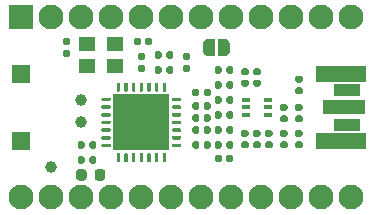
<source format=gbr>
%TF.GenerationSoftware,KiCad,Pcbnew,5.1.9+dfsg1-1~bpo10+1*%
%TF.CreationDate,Date%
%TF.ProjectId,LORA,4c4f5241-2e6b-4696-9361-645f70636258,v1.3*%
%TF.SameCoordinates,Original*%
%TF.FileFunction,Soldermask,Top*%
%TF.FilePolarity,Negative*%
%FSLAX46Y46*%
G04 Gerber Fmt 4.6, Leading zero omitted, Abs format (unit mm)*
G04 Created by KiCad*
%MOMM*%
%LPD*%
G01*
G04 APERTURE LIST*
%ADD10R,2.100000X2.100000*%
%ADD11C,2.100000*%
%ADD12R,4.800000X4.800000*%
%ADD13R,2.200000X1.050000*%
%ADD14R,1.050000X1.000000*%
%ADD15C,0.100000*%
%ADD16R,1.500000X1.500000*%
%ADD17R,0.650000X0.400000*%
%ADD18R,3.600000X1.270000*%
%ADD19R,4.200000X1.350000*%
%ADD20C,1.000000*%
%ADD21R,1.400000X1.200000*%
G04 APERTURE END LIST*
D10*
%TO.C,A1*%
X0Y0D03*
D11*
X2540000Y0D03*
X5080000Y0D03*
X27940000Y-15240000D03*
X7620000Y0D03*
X25400000Y-15240000D03*
X10160000Y0D03*
X22860000Y-15240000D03*
X12700000Y0D03*
X20320000Y-15240000D03*
X15240000Y0D03*
X17780000Y-15240000D03*
X17780000Y0D03*
X15240000Y-15240000D03*
X20320000Y0D03*
X12700000Y-15240000D03*
X22860000Y0D03*
X10160000Y-15240000D03*
X25400000Y0D03*
X7620000Y-15240000D03*
X27940000Y0D03*
X5080000Y-15240000D03*
X2540000Y-15240000D03*
X0Y-15240000D03*
%TD*%
D12*
%TO.C,U1*%
X10160000Y-8890000D03*
G36*
G01*
X12835000Y-6790000D02*
X13460000Y-6790000D01*
G75*
G02*
X13535000Y-6865000I0J-75000D01*
G01*
X13535000Y-7015000D01*
G75*
G02*
X13460000Y-7090000I-75000J0D01*
G01*
X12835000Y-7090000D01*
G75*
G02*
X12760000Y-7015000I0J75000D01*
G01*
X12760000Y-6865000D01*
G75*
G02*
X12835000Y-6790000I75000J0D01*
G01*
G37*
G36*
G01*
X12835000Y-7440000D02*
X13460000Y-7440000D01*
G75*
G02*
X13535000Y-7515000I0J-75000D01*
G01*
X13535000Y-7665000D01*
G75*
G02*
X13460000Y-7740000I-75000J0D01*
G01*
X12835000Y-7740000D01*
G75*
G02*
X12760000Y-7665000I0J75000D01*
G01*
X12760000Y-7515000D01*
G75*
G02*
X12835000Y-7440000I75000J0D01*
G01*
G37*
G36*
G01*
X12835000Y-8090000D02*
X13460000Y-8090000D01*
G75*
G02*
X13535000Y-8165000I0J-75000D01*
G01*
X13535000Y-8315000D01*
G75*
G02*
X13460000Y-8390000I-75000J0D01*
G01*
X12835000Y-8390000D01*
G75*
G02*
X12760000Y-8315000I0J75000D01*
G01*
X12760000Y-8165000D01*
G75*
G02*
X12835000Y-8090000I75000J0D01*
G01*
G37*
G36*
G01*
X12835000Y-8740000D02*
X13460000Y-8740000D01*
G75*
G02*
X13535000Y-8815000I0J-75000D01*
G01*
X13535000Y-8965000D01*
G75*
G02*
X13460000Y-9040000I-75000J0D01*
G01*
X12835000Y-9040000D01*
G75*
G02*
X12760000Y-8965000I0J75000D01*
G01*
X12760000Y-8815000D01*
G75*
G02*
X12835000Y-8740000I75000J0D01*
G01*
G37*
G36*
G01*
X12835000Y-9390000D02*
X13460000Y-9390000D01*
G75*
G02*
X13535000Y-9465000I0J-75000D01*
G01*
X13535000Y-9615000D01*
G75*
G02*
X13460000Y-9690000I-75000J0D01*
G01*
X12835000Y-9690000D01*
G75*
G02*
X12760000Y-9615000I0J75000D01*
G01*
X12760000Y-9465000D01*
G75*
G02*
X12835000Y-9390000I75000J0D01*
G01*
G37*
G36*
G01*
X12835000Y-10040000D02*
X13460000Y-10040000D01*
G75*
G02*
X13535000Y-10115000I0J-75000D01*
G01*
X13535000Y-10265000D01*
G75*
G02*
X13460000Y-10340000I-75000J0D01*
G01*
X12835000Y-10340000D01*
G75*
G02*
X12760000Y-10265000I0J75000D01*
G01*
X12760000Y-10115000D01*
G75*
G02*
X12835000Y-10040000I75000J0D01*
G01*
G37*
G36*
G01*
X12835000Y-10690000D02*
X13460000Y-10690000D01*
G75*
G02*
X13535000Y-10765000I0J-75000D01*
G01*
X13535000Y-10915000D01*
G75*
G02*
X13460000Y-10990000I-75000J0D01*
G01*
X12835000Y-10990000D01*
G75*
G02*
X12760000Y-10915000I0J75000D01*
G01*
X12760000Y-10765000D01*
G75*
G02*
X12835000Y-10690000I75000J0D01*
G01*
G37*
G36*
G01*
X12035000Y-11490000D02*
X12185000Y-11490000D01*
G75*
G02*
X12260000Y-11565000I0J-75000D01*
G01*
X12260000Y-12190000D01*
G75*
G02*
X12185000Y-12265000I-75000J0D01*
G01*
X12035000Y-12265000D01*
G75*
G02*
X11960000Y-12190000I0J75000D01*
G01*
X11960000Y-11565000D01*
G75*
G02*
X12035000Y-11490000I75000J0D01*
G01*
G37*
G36*
G01*
X11385000Y-11490000D02*
X11535000Y-11490000D01*
G75*
G02*
X11610000Y-11565000I0J-75000D01*
G01*
X11610000Y-12190000D01*
G75*
G02*
X11535000Y-12265000I-75000J0D01*
G01*
X11385000Y-12265000D01*
G75*
G02*
X11310000Y-12190000I0J75000D01*
G01*
X11310000Y-11565000D01*
G75*
G02*
X11385000Y-11490000I75000J0D01*
G01*
G37*
G36*
G01*
X10735000Y-11490000D02*
X10885000Y-11490000D01*
G75*
G02*
X10960000Y-11565000I0J-75000D01*
G01*
X10960000Y-12190000D01*
G75*
G02*
X10885000Y-12265000I-75000J0D01*
G01*
X10735000Y-12265000D01*
G75*
G02*
X10660000Y-12190000I0J75000D01*
G01*
X10660000Y-11565000D01*
G75*
G02*
X10735000Y-11490000I75000J0D01*
G01*
G37*
G36*
G01*
X10085000Y-11490000D02*
X10235000Y-11490000D01*
G75*
G02*
X10310000Y-11565000I0J-75000D01*
G01*
X10310000Y-12190000D01*
G75*
G02*
X10235000Y-12265000I-75000J0D01*
G01*
X10085000Y-12265000D01*
G75*
G02*
X10010000Y-12190000I0J75000D01*
G01*
X10010000Y-11565000D01*
G75*
G02*
X10085000Y-11490000I75000J0D01*
G01*
G37*
G36*
G01*
X9435000Y-11490000D02*
X9585000Y-11490000D01*
G75*
G02*
X9660000Y-11565000I0J-75000D01*
G01*
X9660000Y-12190000D01*
G75*
G02*
X9585000Y-12265000I-75000J0D01*
G01*
X9435000Y-12265000D01*
G75*
G02*
X9360000Y-12190000I0J75000D01*
G01*
X9360000Y-11565000D01*
G75*
G02*
X9435000Y-11490000I75000J0D01*
G01*
G37*
G36*
G01*
X8785000Y-11490000D02*
X8935000Y-11490000D01*
G75*
G02*
X9010000Y-11565000I0J-75000D01*
G01*
X9010000Y-12190000D01*
G75*
G02*
X8935000Y-12265000I-75000J0D01*
G01*
X8785000Y-12265000D01*
G75*
G02*
X8710000Y-12190000I0J75000D01*
G01*
X8710000Y-11565000D01*
G75*
G02*
X8785000Y-11490000I75000J0D01*
G01*
G37*
G36*
G01*
X8135000Y-11490000D02*
X8285000Y-11490000D01*
G75*
G02*
X8360000Y-11565000I0J-75000D01*
G01*
X8360000Y-12190000D01*
G75*
G02*
X8285000Y-12265000I-75000J0D01*
G01*
X8135000Y-12265000D01*
G75*
G02*
X8060000Y-12190000I0J75000D01*
G01*
X8060000Y-11565000D01*
G75*
G02*
X8135000Y-11490000I75000J0D01*
G01*
G37*
G36*
G01*
X6860000Y-10690000D02*
X7485000Y-10690000D01*
G75*
G02*
X7560000Y-10765000I0J-75000D01*
G01*
X7560000Y-10915000D01*
G75*
G02*
X7485000Y-10990000I-75000J0D01*
G01*
X6860000Y-10990000D01*
G75*
G02*
X6785000Y-10915000I0J75000D01*
G01*
X6785000Y-10765000D01*
G75*
G02*
X6860000Y-10690000I75000J0D01*
G01*
G37*
G36*
G01*
X6860000Y-10040000D02*
X7485000Y-10040000D01*
G75*
G02*
X7560000Y-10115000I0J-75000D01*
G01*
X7560000Y-10265000D01*
G75*
G02*
X7485000Y-10340000I-75000J0D01*
G01*
X6860000Y-10340000D01*
G75*
G02*
X6785000Y-10265000I0J75000D01*
G01*
X6785000Y-10115000D01*
G75*
G02*
X6860000Y-10040000I75000J0D01*
G01*
G37*
G36*
G01*
X6860000Y-9390000D02*
X7485000Y-9390000D01*
G75*
G02*
X7560000Y-9465000I0J-75000D01*
G01*
X7560000Y-9615000D01*
G75*
G02*
X7485000Y-9690000I-75000J0D01*
G01*
X6860000Y-9690000D01*
G75*
G02*
X6785000Y-9615000I0J75000D01*
G01*
X6785000Y-9465000D01*
G75*
G02*
X6860000Y-9390000I75000J0D01*
G01*
G37*
G36*
G01*
X6860000Y-8740000D02*
X7485000Y-8740000D01*
G75*
G02*
X7560000Y-8815000I0J-75000D01*
G01*
X7560000Y-8965000D01*
G75*
G02*
X7485000Y-9040000I-75000J0D01*
G01*
X6860000Y-9040000D01*
G75*
G02*
X6785000Y-8965000I0J75000D01*
G01*
X6785000Y-8815000D01*
G75*
G02*
X6860000Y-8740000I75000J0D01*
G01*
G37*
G36*
G01*
X6860000Y-8090000D02*
X7485000Y-8090000D01*
G75*
G02*
X7560000Y-8165000I0J-75000D01*
G01*
X7560000Y-8315000D01*
G75*
G02*
X7485000Y-8390000I-75000J0D01*
G01*
X6860000Y-8390000D01*
G75*
G02*
X6785000Y-8315000I0J75000D01*
G01*
X6785000Y-8165000D01*
G75*
G02*
X6860000Y-8090000I75000J0D01*
G01*
G37*
G36*
G01*
X6860000Y-7440000D02*
X7485000Y-7440000D01*
G75*
G02*
X7560000Y-7515000I0J-75000D01*
G01*
X7560000Y-7665000D01*
G75*
G02*
X7485000Y-7740000I-75000J0D01*
G01*
X6860000Y-7740000D01*
G75*
G02*
X6785000Y-7665000I0J75000D01*
G01*
X6785000Y-7515000D01*
G75*
G02*
X6860000Y-7440000I75000J0D01*
G01*
G37*
G36*
G01*
X6860000Y-6790000D02*
X7485000Y-6790000D01*
G75*
G02*
X7560000Y-6865000I0J-75000D01*
G01*
X7560000Y-7015000D01*
G75*
G02*
X7485000Y-7090000I-75000J0D01*
G01*
X6860000Y-7090000D01*
G75*
G02*
X6785000Y-7015000I0J75000D01*
G01*
X6785000Y-6865000D01*
G75*
G02*
X6860000Y-6790000I75000J0D01*
G01*
G37*
G36*
G01*
X8135000Y-5515000D02*
X8285000Y-5515000D01*
G75*
G02*
X8360000Y-5590000I0J-75000D01*
G01*
X8360000Y-6215000D01*
G75*
G02*
X8285000Y-6290000I-75000J0D01*
G01*
X8135000Y-6290000D01*
G75*
G02*
X8060000Y-6215000I0J75000D01*
G01*
X8060000Y-5590000D01*
G75*
G02*
X8135000Y-5515000I75000J0D01*
G01*
G37*
G36*
G01*
X8785000Y-5515000D02*
X8935000Y-5515000D01*
G75*
G02*
X9010000Y-5590000I0J-75000D01*
G01*
X9010000Y-6215000D01*
G75*
G02*
X8935000Y-6290000I-75000J0D01*
G01*
X8785000Y-6290000D01*
G75*
G02*
X8710000Y-6215000I0J75000D01*
G01*
X8710000Y-5590000D01*
G75*
G02*
X8785000Y-5515000I75000J0D01*
G01*
G37*
G36*
G01*
X9435000Y-5515000D02*
X9585000Y-5515000D01*
G75*
G02*
X9660000Y-5590000I0J-75000D01*
G01*
X9660000Y-6215000D01*
G75*
G02*
X9585000Y-6290000I-75000J0D01*
G01*
X9435000Y-6290000D01*
G75*
G02*
X9360000Y-6215000I0J75000D01*
G01*
X9360000Y-5590000D01*
G75*
G02*
X9435000Y-5515000I75000J0D01*
G01*
G37*
G36*
G01*
X10085000Y-5515000D02*
X10235000Y-5515000D01*
G75*
G02*
X10310000Y-5590000I0J-75000D01*
G01*
X10310000Y-6215000D01*
G75*
G02*
X10235000Y-6290000I-75000J0D01*
G01*
X10085000Y-6290000D01*
G75*
G02*
X10010000Y-6215000I0J75000D01*
G01*
X10010000Y-5590000D01*
G75*
G02*
X10085000Y-5515000I75000J0D01*
G01*
G37*
G36*
G01*
X10735000Y-5515000D02*
X10885000Y-5515000D01*
G75*
G02*
X10960000Y-5590000I0J-75000D01*
G01*
X10960000Y-6215000D01*
G75*
G02*
X10885000Y-6290000I-75000J0D01*
G01*
X10735000Y-6290000D01*
G75*
G02*
X10660000Y-6215000I0J75000D01*
G01*
X10660000Y-5590000D01*
G75*
G02*
X10735000Y-5515000I75000J0D01*
G01*
G37*
G36*
G01*
X11385000Y-5515000D02*
X11535000Y-5515000D01*
G75*
G02*
X11610000Y-5590000I0J-75000D01*
G01*
X11610000Y-6215000D01*
G75*
G02*
X11535000Y-6290000I-75000J0D01*
G01*
X11385000Y-6290000D01*
G75*
G02*
X11310000Y-6215000I0J75000D01*
G01*
X11310000Y-5590000D01*
G75*
G02*
X11385000Y-5515000I75000J0D01*
G01*
G37*
G36*
G01*
X12035000Y-5515000D02*
X12185000Y-5515000D01*
G75*
G02*
X12260000Y-5590000I0J-75000D01*
G01*
X12260000Y-6215000D01*
G75*
G02*
X12185000Y-6290000I-75000J0D01*
G01*
X12035000Y-6290000D01*
G75*
G02*
X11960000Y-6215000I0J75000D01*
G01*
X11960000Y-5590000D01*
G75*
G02*
X12035000Y-5515000I75000J0D01*
G01*
G37*
%TD*%
D13*
%TO.C,J1*%
X27580000Y-6145000D03*
D14*
X26055000Y-7620000D03*
D13*
X27580000Y-9095000D03*
%TD*%
D15*
%TO.C,JP1*%
G36*
X17160000Y-1790602D02*
G01*
X17184534Y-1790602D01*
X17233365Y-1795412D01*
X17281490Y-1804984D01*
X17328445Y-1819228D01*
X17373778Y-1838005D01*
X17417051Y-1861136D01*
X17457850Y-1888396D01*
X17495779Y-1919524D01*
X17530476Y-1954221D01*
X17561604Y-1992150D01*
X17588864Y-2032949D01*
X17611995Y-2076222D01*
X17630772Y-2121555D01*
X17645016Y-2168510D01*
X17654588Y-2216635D01*
X17659398Y-2265466D01*
X17659398Y-2290000D01*
X17660000Y-2290000D01*
X17660000Y-2790000D01*
X17659398Y-2790000D01*
X17659398Y-2814534D01*
X17654588Y-2863365D01*
X17645016Y-2911490D01*
X17630772Y-2958445D01*
X17611995Y-3003778D01*
X17588864Y-3047051D01*
X17561604Y-3087850D01*
X17530476Y-3125779D01*
X17495779Y-3160476D01*
X17457850Y-3191604D01*
X17417051Y-3218864D01*
X17373778Y-3241995D01*
X17328445Y-3260772D01*
X17281490Y-3275016D01*
X17233365Y-3284588D01*
X17184534Y-3289398D01*
X17160000Y-3289398D01*
X17160000Y-3290000D01*
X16660000Y-3290000D01*
X16660000Y-1790000D01*
X17160000Y-1790000D01*
X17160000Y-1790602D01*
G37*
G36*
X16360000Y-3290000D02*
G01*
X15860000Y-3290000D01*
X15860000Y-3289398D01*
X15835466Y-3289398D01*
X15786635Y-3284588D01*
X15738510Y-3275016D01*
X15691555Y-3260772D01*
X15646222Y-3241995D01*
X15602949Y-3218864D01*
X15562150Y-3191604D01*
X15524221Y-3160476D01*
X15489524Y-3125779D01*
X15458396Y-3087850D01*
X15431136Y-3047051D01*
X15408005Y-3003778D01*
X15389228Y-2958445D01*
X15374984Y-2911490D01*
X15365412Y-2863365D01*
X15360602Y-2814534D01*
X15360602Y-2790000D01*
X15360000Y-2790000D01*
X15360000Y-2290000D01*
X15360602Y-2290000D01*
X15360602Y-2265466D01*
X15365412Y-2216635D01*
X15374984Y-2168510D01*
X15389228Y-2121555D01*
X15408005Y-2076222D01*
X15431136Y-2032949D01*
X15458396Y-1992150D01*
X15489524Y-1954221D01*
X15524221Y-1919524D01*
X15562150Y-1888396D01*
X15602949Y-1861136D01*
X15646222Y-1838005D01*
X15691555Y-1819228D01*
X15738510Y-1804984D01*
X15786635Y-1795412D01*
X15835466Y-1790602D01*
X15860000Y-1790602D01*
X15860000Y-1790000D01*
X16360000Y-1790000D01*
X16360000Y-3290000D01*
G37*
%TD*%
%TO.C,C25*%
G36*
G01*
X15430000Y-8681500D02*
X15430000Y-8336500D01*
G75*
G02*
X15577500Y-8189000I147500J0D01*
G01*
X15872500Y-8189000D01*
G75*
G02*
X16020000Y-8336500I0J-147500D01*
G01*
X16020000Y-8681500D01*
G75*
G02*
X15872500Y-8829000I-147500J0D01*
G01*
X15577500Y-8829000D01*
G75*
G02*
X15430000Y-8681500I0J147500D01*
G01*
G37*
G36*
G01*
X14460000Y-8681500D02*
X14460000Y-8336500D01*
G75*
G02*
X14607500Y-8189000I147500J0D01*
G01*
X14902500Y-8189000D01*
G75*
G02*
X15050000Y-8336500I0J-147500D01*
G01*
X15050000Y-8681500D01*
G75*
G02*
X14902500Y-8829000I-147500J0D01*
G01*
X14607500Y-8829000D01*
G75*
G02*
X14460000Y-8681500I0J147500D01*
G01*
G37*
%TD*%
%TO.C,C24*%
G36*
G01*
X17335000Y-12110500D02*
X17335000Y-11765500D01*
G75*
G02*
X17482500Y-11618000I147500J0D01*
G01*
X17777500Y-11618000D01*
G75*
G02*
X17925000Y-11765500I0J-147500D01*
G01*
X17925000Y-12110500D01*
G75*
G02*
X17777500Y-12258000I-147500J0D01*
G01*
X17482500Y-12258000D01*
G75*
G02*
X17335000Y-12110500I0J147500D01*
G01*
G37*
G36*
G01*
X16365000Y-12110500D02*
X16365000Y-11765500D01*
G75*
G02*
X16512500Y-11618000I147500J0D01*
G01*
X16807500Y-11618000D01*
G75*
G02*
X16955000Y-11765500I0J-147500D01*
G01*
X16955000Y-12110500D01*
G75*
G02*
X16807500Y-12258000I-147500J0D01*
G01*
X16512500Y-12258000D01*
G75*
G02*
X16365000Y-12110500I0J147500D01*
G01*
G37*
%TD*%
D16*
%TO.C,TP6*%
X0Y-10439400D03*
%TD*%
%TO.C,TP5*%
X0Y-4792980D03*
%TD*%
%TO.C,C14*%
G36*
G01*
X20111500Y-4890000D02*
X19766500Y-4890000D01*
G75*
G02*
X19619000Y-4742500I0J147500D01*
G01*
X19619000Y-4447500D01*
G75*
G02*
X19766500Y-4300000I147500J0D01*
G01*
X20111500Y-4300000D01*
G75*
G02*
X20259000Y-4447500I0J-147500D01*
G01*
X20259000Y-4742500D01*
G75*
G02*
X20111500Y-4890000I-147500J0D01*
G01*
G37*
G36*
G01*
X20111500Y-5860000D02*
X19766500Y-5860000D01*
G75*
G02*
X19619000Y-5712500I0J147500D01*
G01*
X19619000Y-5417500D01*
G75*
G02*
X19766500Y-5270000I147500J0D01*
G01*
X20111500Y-5270000D01*
G75*
G02*
X20259000Y-5417500I0J-147500D01*
G01*
X20259000Y-5712500D01*
G75*
G02*
X20111500Y-5860000I-147500J0D01*
G01*
G37*
%TD*%
%TO.C,C13*%
G36*
G01*
X22052500Y-10500000D02*
X22397500Y-10500000D01*
G75*
G02*
X22545000Y-10647500I0J-147500D01*
G01*
X22545000Y-10942500D01*
G75*
G02*
X22397500Y-11090000I-147500J0D01*
G01*
X22052500Y-11090000D01*
G75*
G02*
X21905000Y-10942500I0J147500D01*
G01*
X21905000Y-10647500D01*
G75*
G02*
X22052500Y-10500000I147500J0D01*
G01*
G37*
G36*
G01*
X22052500Y-9530000D02*
X22397500Y-9530000D01*
G75*
G02*
X22545000Y-9677500I0J-147500D01*
G01*
X22545000Y-9972500D01*
G75*
G02*
X22397500Y-10120000I-147500J0D01*
G01*
X22052500Y-10120000D01*
G75*
G02*
X21905000Y-9972500I0J147500D01*
G01*
X21905000Y-9677500D01*
G75*
G02*
X22052500Y-9530000I147500J0D01*
G01*
G37*
%TD*%
%TO.C,C12*%
G36*
G01*
X16955000Y-5542500D02*
X16955000Y-5887500D01*
G75*
G02*
X16807500Y-6035000I-147500J0D01*
G01*
X16512500Y-6035000D01*
G75*
G02*
X16365000Y-5887500I0J147500D01*
G01*
X16365000Y-5542500D01*
G75*
G02*
X16512500Y-5395000I147500J0D01*
G01*
X16807500Y-5395000D01*
G75*
G02*
X16955000Y-5542500I0J-147500D01*
G01*
G37*
G36*
G01*
X17925000Y-5542500D02*
X17925000Y-5887500D01*
G75*
G02*
X17777500Y-6035000I-147500J0D01*
G01*
X17482500Y-6035000D01*
G75*
G02*
X17335000Y-5887500I0J147500D01*
G01*
X17335000Y-5542500D01*
G75*
G02*
X17482500Y-5395000I147500J0D01*
G01*
X17777500Y-5395000D01*
G75*
G02*
X17925000Y-5542500I0J-147500D01*
G01*
G37*
%TD*%
%TO.C,C11*%
G36*
G01*
X23667500Y-5525000D02*
X23322500Y-5525000D01*
G75*
G02*
X23175000Y-5377500I0J147500D01*
G01*
X23175000Y-5082500D01*
G75*
G02*
X23322500Y-4935000I147500J0D01*
G01*
X23667500Y-4935000D01*
G75*
G02*
X23815000Y-5082500I0J-147500D01*
G01*
X23815000Y-5377500D01*
G75*
G02*
X23667500Y-5525000I-147500J0D01*
G01*
G37*
G36*
G01*
X23667500Y-6495000D02*
X23322500Y-6495000D01*
G75*
G02*
X23175000Y-6347500I0J147500D01*
G01*
X23175000Y-6052500D01*
G75*
G02*
X23322500Y-5905000I147500J0D01*
G01*
X23667500Y-5905000D01*
G75*
G02*
X23815000Y-6052500I0J-147500D01*
G01*
X23815000Y-6347500D01*
G75*
G02*
X23667500Y-6495000I-147500J0D01*
G01*
G37*
%TD*%
%TO.C,C10*%
G36*
G01*
X23322500Y-10500000D02*
X23667500Y-10500000D01*
G75*
G02*
X23815000Y-10647500I0J-147500D01*
G01*
X23815000Y-10942500D01*
G75*
G02*
X23667500Y-11090000I-147500J0D01*
G01*
X23322500Y-11090000D01*
G75*
G02*
X23175000Y-10942500I0J147500D01*
G01*
X23175000Y-10647500D01*
G75*
G02*
X23322500Y-10500000I147500J0D01*
G01*
G37*
G36*
G01*
X23322500Y-9530000D02*
X23667500Y-9530000D01*
G75*
G02*
X23815000Y-9677500I0J-147500D01*
G01*
X23815000Y-9972500D01*
G75*
G02*
X23667500Y-10120000I-147500J0D01*
G01*
X23322500Y-10120000D01*
G75*
G02*
X23175000Y-9972500I0J147500D01*
G01*
X23175000Y-9677500D01*
G75*
G02*
X23322500Y-9530000I147500J0D01*
G01*
G37*
%TD*%
%TO.C,C9*%
G36*
G01*
X22397500Y-7915000D02*
X22052500Y-7915000D01*
G75*
G02*
X21905000Y-7767500I0J147500D01*
G01*
X21905000Y-7472500D01*
G75*
G02*
X22052500Y-7325000I147500J0D01*
G01*
X22397500Y-7325000D01*
G75*
G02*
X22545000Y-7472500I0J-147500D01*
G01*
X22545000Y-7767500D01*
G75*
G02*
X22397500Y-7915000I-147500J0D01*
G01*
G37*
G36*
G01*
X22397500Y-8885000D02*
X22052500Y-8885000D01*
G75*
G02*
X21905000Y-8737500I0J147500D01*
G01*
X21905000Y-8442500D01*
G75*
G02*
X22052500Y-8295000I147500J0D01*
G01*
X22397500Y-8295000D01*
G75*
G02*
X22545000Y-8442500I0J-147500D01*
G01*
X22545000Y-8737500D01*
G75*
G02*
X22397500Y-8885000I-147500J0D01*
G01*
G37*
%TD*%
%TO.C,C8*%
G36*
G01*
X19095500Y-4890000D02*
X18750500Y-4890000D01*
G75*
G02*
X18603000Y-4742500I0J147500D01*
G01*
X18603000Y-4447500D01*
G75*
G02*
X18750500Y-4300000I147500J0D01*
G01*
X19095500Y-4300000D01*
G75*
G02*
X19243000Y-4447500I0J-147500D01*
G01*
X19243000Y-4742500D01*
G75*
G02*
X19095500Y-4890000I-147500J0D01*
G01*
G37*
G36*
G01*
X19095500Y-5860000D02*
X18750500Y-5860000D01*
G75*
G02*
X18603000Y-5712500I0J147500D01*
G01*
X18603000Y-5417500D01*
G75*
G02*
X18750500Y-5270000I147500J0D01*
G01*
X19095500Y-5270000D01*
G75*
G02*
X19243000Y-5417500I0J-147500D01*
G01*
X19243000Y-5712500D01*
G75*
G02*
X19095500Y-5860000I-147500J0D01*
G01*
G37*
%TD*%
%TO.C,C7*%
G36*
G01*
X18750500Y-10500000D02*
X19095500Y-10500000D01*
G75*
G02*
X19243000Y-10647500I0J-147500D01*
G01*
X19243000Y-10942500D01*
G75*
G02*
X19095500Y-11090000I-147500J0D01*
G01*
X18750500Y-11090000D01*
G75*
G02*
X18603000Y-10942500I0J147500D01*
G01*
X18603000Y-10647500D01*
G75*
G02*
X18750500Y-10500000I147500J0D01*
G01*
G37*
G36*
G01*
X18750500Y-9530000D02*
X19095500Y-9530000D01*
G75*
G02*
X19243000Y-9677500I0J-147500D01*
G01*
X19243000Y-9972500D01*
G75*
G02*
X19095500Y-10120000I-147500J0D01*
G01*
X18750500Y-10120000D01*
G75*
G02*
X18603000Y-9972500I0J147500D01*
G01*
X18603000Y-9677500D01*
G75*
G02*
X18750500Y-9530000I147500J0D01*
G01*
G37*
%TD*%
%TO.C,C6*%
G36*
G01*
X20111500Y-11090000D02*
X19766500Y-11090000D01*
G75*
G02*
X19619000Y-10942500I0J147500D01*
G01*
X19619000Y-10647500D01*
G75*
G02*
X19766500Y-10500000I147500J0D01*
G01*
X20111500Y-10500000D01*
G75*
G02*
X20259000Y-10647500I0J-147500D01*
G01*
X20259000Y-10942500D01*
G75*
G02*
X20111500Y-11090000I-147500J0D01*
G01*
G37*
G36*
G01*
X20111500Y-10120000D02*
X19766500Y-10120000D01*
G75*
G02*
X19619000Y-9972500I0J147500D01*
G01*
X19619000Y-9677500D01*
G75*
G02*
X19766500Y-9530000I147500J0D01*
G01*
X20111500Y-9530000D01*
G75*
G02*
X20259000Y-9677500I0J-147500D01*
G01*
X20259000Y-9972500D01*
G75*
G02*
X20111500Y-10120000I-147500J0D01*
G01*
G37*
%TD*%
%TO.C,C5*%
G36*
G01*
X17335000Y-4617500D02*
X17335000Y-4272500D01*
G75*
G02*
X17482500Y-4125000I147500J0D01*
G01*
X17777500Y-4125000D01*
G75*
G02*
X17925000Y-4272500I0J-147500D01*
G01*
X17925000Y-4617500D01*
G75*
G02*
X17777500Y-4765000I-147500J0D01*
G01*
X17482500Y-4765000D01*
G75*
G02*
X17335000Y-4617500I0J147500D01*
G01*
G37*
G36*
G01*
X16365000Y-4617500D02*
X16365000Y-4272500D01*
G75*
G02*
X16512500Y-4125000I147500J0D01*
G01*
X16807500Y-4125000D01*
G75*
G02*
X16955000Y-4272500I0J-147500D01*
G01*
X16955000Y-4617500D01*
G75*
G02*
X16807500Y-4765000I-147500J0D01*
G01*
X16512500Y-4765000D01*
G75*
G02*
X16365000Y-4617500I0J147500D01*
G01*
G37*
%TD*%
%TO.C,C3*%
G36*
G01*
X16955000Y-9352500D02*
X16955000Y-9697500D01*
G75*
G02*
X16807500Y-9845000I-147500J0D01*
G01*
X16512500Y-9845000D01*
G75*
G02*
X16365000Y-9697500I0J147500D01*
G01*
X16365000Y-9352500D01*
G75*
G02*
X16512500Y-9205000I147500J0D01*
G01*
X16807500Y-9205000D01*
G75*
G02*
X16955000Y-9352500I0J-147500D01*
G01*
G37*
G36*
G01*
X17925000Y-9352500D02*
X17925000Y-9697500D01*
G75*
G02*
X17777500Y-9845000I-147500J0D01*
G01*
X17482500Y-9845000D01*
G75*
G02*
X17335000Y-9697500I0J147500D01*
G01*
X17335000Y-9352500D01*
G75*
G02*
X17482500Y-9205000I147500J0D01*
G01*
X17777500Y-9205000D01*
G75*
G02*
X17925000Y-9352500I0J-147500D01*
G01*
G37*
%TD*%
%TO.C,C2*%
G36*
G01*
X15430000Y-10967500D02*
X15430000Y-10622500D01*
G75*
G02*
X15577500Y-10475000I147500J0D01*
G01*
X15872500Y-10475000D01*
G75*
G02*
X16020000Y-10622500I0J-147500D01*
G01*
X16020000Y-10967500D01*
G75*
G02*
X15872500Y-11115000I-147500J0D01*
G01*
X15577500Y-11115000D01*
G75*
G02*
X15430000Y-10967500I0J147500D01*
G01*
G37*
G36*
G01*
X14460000Y-10967500D02*
X14460000Y-10622500D01*
G75*
G02*
X14607500Y-10475000I147500J0D01*
G01*
X14902500Y-10475000D01*
G75*
G02*
X15050000Y-10622500I0J-147500D01*
G01*
X15050000Y-10967500D01*
G75*
G02*
X14902500Y-11115000I-147500J0D01*
G01*
X14607500Y-11115000D01*
G75*
G02*
X14460000Y-10967500I0J147500D01*
G01*
G37*
%TD*%
D17*
%TO.C,U2*%
X20889000Y-6970000D03*
X20889000Y-8270000D03*
X18989000Y-7620000D03*
X20889000Y-7620000D03*
X18989000Y-8270000D03*
X18989000Y-6970000D03*
%TD*%
%TO.C,R1*%
G36*
G01*
X21127500Y-10120000D02*
X20782500Y-10120000D01*
G75*
G02*
X20635000Y-9972500I0J147500D01*
G01*
X20635000Y-9677500D01*
G75*
G02*
X20782500Y-9530000I147500J0D01*
G01*
X21127500Y-9530000D01*
G75*
G02*
X21275000Y-9677500I0J-147500D01*
G01*
X21275000Y-9972500D01*
G75*
G02*
X21127500Y-10120000I-147500J0D01*
G01*
G37*
G36*
G01*
X21127500Y-11090000D02*
X20782500Y-11090000D01*
G75*
G02*
X20635000Y-10942500I0J147500D01*
G01*
X20635000Y-10647500D01*
G75*
G02*
X20782500Y-10500000I147500J0D01*
G01*
X21127500Y-10500000D01*
G75*
G02*
X21275000Y-10647500I0J-147500D01*
G01*
X21275000Y-10942500D01*
G75*
G02*
X21127500Y-11090000I-147500J0D01*
G01*
G37*
%TD*%
%TO.C,L5*%
G36*
G01*
X23667500Y-7915000D02*
X23322500Y-7915000D01*
G75*
G02*
X23175000Y-7767500I0J147500D01*
G01*
X23175000Y-7472500D01*
G75*
G02*
X23322500Y-7325000I147500J0D01*
G01*
X23667500Y-7325000D01*
G75*
G02*
X23815000Y-7472500I0J-147500D01*
G01*
X23815000Y-7767500D01*
G75*
G02*
X23667500Y-7915000I-147500J0D01*
G01*
G37*
G36*
G01*
X23667500Y-8885000D02*
X23322500Y-8885000D01*
G75*
G02*
X23175000Y-8737500I0J147500D01*
G01*
X23175000Y-8442500D01*
G75*
G02*
X23322500Y-8295000I147500J0D01*
G01*
X23667500Y-8295000D01*
G75*
G02*
X23815000Y-8442500I0J-147500D01*
G01*
X23815000Y-8737500D01*
G75*
G02*
X23667500Y-8885000I-147500J0D01*
G01*
G37*
%TD*%
%TO.C,L4*%
G36*
G01*
X17335000Y-7157500D02*
X17335000Y-6812500D01*
G75*
G02*
X17482500Y-6665000I147500J0D01*
G01*
X17777500Y-6665000D01*
G75*
G02*
X17925000Y-6812500I0J-147500D01*
G01*
X17925000Y-7157500D01*
G75*
G02*
X17777500Y-7305000I-147500J0D01*
G01*
X17482500Y-7305000D01*
G75*
G02*
X17335000Y-7157500I0J147500D01*
G01*
G37*
G36*
G01*
X16365000Y-7157500D02*
X16365000Y-6812500D01*
G75*
G02*
X16512500Y-6665000I147500J0D01*
G01*
X16807500Y-6665000D01*
G75*
G02*
X16955000Y-6812500I0J-147500D01*
G01*
X16955000Y-7157500D01*
G75*
G02*
X16807500Y-7305000I-147500J0D01*
G01*
X16512500Y-7305000D01*
G75*
G02*
X16365000Y-7157500I0J147500D01*
G01*
G37*
%TD*%
%TO.C,L3*%
G36*
G01*
X17335000Y-10967500D02*
X17335000Y-10622500D01*
G75*
G02*
X17482500Y-10475000I147500J0D01*
G01*
X17777500Y-10475000D01*
G75*
G02*
X17925000Y-10622500I0J-147500D01*
G01*
X17925000Y-10967500D01*
G75*
G02*
X17777500Y-11115000I-147500J0D01*
G01*
X17482500Y-11115000D01*
G75*
G02*
X17335000Y-10967500I0J147500D01*
G01*
G37*
G36*
G01*
X16365000Y-10967500D02*
X16365000Y-10622500D01*
G75*
G02*
X16512500Y-10475000I147500J0D01*
G01*
X16807500Y-10475000D01*
G75*
G02*
X16955000Y-10622500I0J-147500D01*
G01*
X16955000Y-10967500D01*
G75*
G02*
X16807500Y-11115000I-147500J0D01*
G01*
X16512500Y-11115000D01*
G75*
G02*
X16365000Y-10967500I0J147500D01*
G01*
G37*
%TD*%
%TO.C,L2*%
G36*
G01*
X16955000Y-8082500D02*
X16955000Y-8427500D01*
G75*
G02*
X16807500Y-8575000I-147500J0D01*
G01*
X16512500Y-8575000D01*
G75*
G02*
X16365000Y-8427500I0J147500D01*
G01*
X16365000Y-8082500D01*
G75*
G02*
X16512500Y-7935000I147500J0D01*
G01*
X16807500Y-7935000D01*
G75*
G02*
X16955000Y-8082500I0J-147500D01*
G01*
G37*
G36*
G01*
X17925000Y-8082500D02*
X17925000Y-8427500D01*
G75*
G02*
X17777500Y-8575000I-147500J0D01*
G01*
X17482500Y-8575000D01*
G75*
G02*
X17335000Y-8427500I0J147500D01*
G01*
X17335000Y-8082500D01*
G75*
G02*
X17482500Y-7935000I147500J0D01*
G01*
X17777500Y-7935000D01*
G75*
G02*
X17925000Y-8082500I0J-147500D01*
G01*
G37*
%TD*%
%TO.C,L1*%
G36*
G01*
X15050000Y-9352500D02*
X15050000Y-9697500D01*
G75*
G02*
X14902500Y-9845000I-147500J0D01*
G01*
X14607500Y-9845000D01*
G75*
G02*
X14460000Y-9697500I0J147500D01*
G01*
X14460000Y-9352500D01*
G75*
G02*
X14607500Y-9205000I147500J0D01*
G01*
X14902500Y-9205000D01*
G75*
G02*
X15050000Y-9352500I0J-147500D01*
G01*
G37*
G36*
G01*
X16020000Y-9352500D02*
X16020000Y-9697500D01*
G75*
G02*
X15872500Y-9845000I-147500J0D01*
G01*
X15577500Y-9845000D01*
G75*
G02*
X15430000Y-9697500I0J147500D01*
G01*
X15430000Y-9352500D01*
G75*
G02*
X15577500Y-9205000I147500J0D01*
G01*
X15872500Y-9205000D01*
G75*
G02*
X16020000Y-9352500I0J-147500D01*
G01*
G37*
%TD*%
D18*
%TO.C,J2*%
X27305000Y-7620000D03*
D19*
X27105000Y-4795000D03*
X27105000Y-10445000D03*
%TD*%
D20*
%TO.C,TP4*%
X2540000Y-12700000D03*
%TD*%
%TO.C,TP3*%
X5080000Y-8890000D03*
%TD*%
%TO.C,TP2*%
X5080000Y-6985000D03*
%TD*%
%TO.C,C23*%
G36*
G01*
X5517500Y-13078750D02*
X5517500Y-13591250D01*
G75*
G02*
X5298750Y-13810000I-218750J0D01*
G01*
X4861250Y-13810000D01*
G75*
G02*
X4642500Y-13591250I0J218750D01*
G01*
X4642500Y-13078750D01*
G75*
G02*
X4861250Y-12860000I218750J0D01*
G01*
X5298750Y-12860000D01*
G75*
G02*
X5517500Y-13078750I0J-218750D01*
G01*
G37*
G36*
G01*
X7092500Y-13078750D02*
X7092500Y-13591250D01*
G75*
G02*
X6873750Y-13810000I-218750J0D01*
G01*
X6436250Y-13810000D01*
G75*
G02*
X6217500Y-13591250I0J218750D01*
G01*
X6217500Y-13078750D01*
G75*
G02*
X6436250Y-12860000I218750J0D01*
G01*
X6873750Y-12860000D01*
G75*
G02*
X7092500Y-13078750I0J-218750D01*
G01*
G37*
%TD*%
D21*
%TO.C,Y1*%
X5531000Y-2225000D03*
X7931000Y-2225000D03*
X7931000Y-4125000D03*
X5531000Y-4125000D03*
%TD*%
%TO.C,C22*%
G36*
G01*
X6345000Y-11892500D02*
X6345000Y-12237500D01*
G75*
G02*
X6197500Y-12385000I-147500J0D01*
G01*
X5902500Y-12385000D01*
G75*
G02*
X5755000Y-12237500I0J147500D01*
G01*
X5755000Y-11892500D01*
G75*
G02*
X5902500Y-11745000I147500J0D01*
G01*
X6197500Y-11745000D01*
G75*
G02*
X6345000Y-11892500I0J-147500D01*
G01*
G37*
G36*
G01*
X5375000Y-11892500D02*
X5375000Y-12237500D01*
G75*
G02*
X5227500Y-12385000I-147500J0D01*
G01*
X4932500Y-12385000D01*
G75*
G02*
X4785000Y-12237500I0J147500D01*
G01*
X4785000Y-11892500D01*
G75*
G02*
X4932500Y-11745000I147500J0D01*
G01*
X5227500Y-11745000D01*
G75*
G02*
X5375000Y-11892500I0J-147500D01*
G01*
G37*
%TD*%
%TO.C,C21*%
G36*
G01*
X14142500Y-3620000D02*
X13797500Y-3620000D01*
G75*
G02*
X13650000Y-3472500I0J147500D01*
G01*
X13650000Y-3177500D01*
G75*
G02*
X13797500Y-3030000I147500J0D01*
G01*
X14142500Y-3030000D01*
G75*
G02*
X14290000Y-3177500I0J-147500D01*
G01*
X14290000Y-3472500D01*
G75*
G02*
X14142500Y-3620000I-147500J0D01*
G01*
G37*
G36*
G01*
X14142500Y-4590000D02*
X13797500Y-4590000D01*
G75*
G02*
X13650000Y-4442500I0J147500D01*
G01*
X13650000Y-4147500D01*
G75*
G02*
X13797500Y-4000000I147500J0D01*
G01*
X14142500Y-4000000D01*
G75*
G02*
X14290000Y-4147500I0J-147500D01*
G01*
X14290000Y-4442500D01*
G75*
G02*
X14142500Y-4590000I-147500J0D01*
G01*
G37*
%TD*%
%TO.C,C20*%
G36*
G01*
X10332500Y-3620000D02*
X9987500Y-3620000D01*
G75*
G02*
X9840000Y-3472500I0J147500D01*
G01*
X9840000Y-3177500D01*
G75*
G02*
X9987500Y-3030000I147500J0D01*
G01*
X10332500Y-3030000D01*
G75*
G02*
X10480000Y-3177500I0J-147500D01*
G01*
X10480000Y-3472500D01*
G75*
G02*
X10332500Y-3620000I-147500J0D01*
G01*
G37*
G36*
G01*
X10332500Y-4590000D02*
X9987500Y-4590000D01*
G75*
G02*
X9840000Y-4442500I0J147500D01*
G01*
X9840000Y-4147500D01*
G75*
G02*
X9987500Y-4000000I147500J0D01*
G01*
X10332500Y-4000000D01*
G75*
G02*
X10480000Y-4147500I0J-147500D01*
G01*
X10480000Y-4442500D01*
G75*
G02*
X10332500Y-4590000I-147500J0D01*
G01*
G37*
%TD*%
%TO.C,C19*%
G36*
G01*
X11875000Y-4272500D02*
X11875000Y-4617500D01*
G75*
G02*
X11727500Y-4765000I-147500J0D01*
G01*
X11432500Y-4765000D01*
G75*
G02*
X11285000Y-4617500I0J147500D01*
G01*
X11285000Y-4272500D01*
G75*
G02*
X11432500Y-4125000I147500J0D01*
G01*
X11727500Y-4125000D01*
G75*
G02*
X11875000Y-4272500I0J-147500D01*
G01*
G37*
G36*
G01*
X12845000Y-4272500D02*
X12845000Y-4617500D01*
G75*
G02*
X12697500Y-4765000I-147500J0D01*
G01*
X12402500Y-4765000D01*
G75*
G02*
X12255000Y-4617500I0J147500D01*
G01*
X12255000Y-4272500D01*
G75*
G02*
X12402500Y-4125000I147500J0D01*
G01*
X12697500Y-4125000D01*
G75*
G02*
X12845000Y-4272500I0J-147500D01*
G01*
G37*
%TD*%
%TO.C,C18*%
G36*
G01*
X12255000Y-3347500D02*
X12255000Y-3002500D01*
G75*
G02*
X12402500Y-2855000I147500J0D01*
G01*
X12697500Y-2855000D01*
G75*
G02*
X12845000Y-3002500I0J-147500D01*
G01*
X12845000Y-3347500D01*
G75*
G02*
X12697500Y-3495000I-147500J0D01*
G01*
X12402500Y-3495000D01*
G75*
G02*
X12255000Y-3347500I0J147500D01*
G01*
G37*
G36*
G01*
X11285000Y-3347500D02*
X11285000Y-3002500D01*
G75*
G02*
X11432500Y-2855000I147500J0D01*
G01*
X11727500Y-2855000D01*
G75*
G02*
X11875000Y-3002500I0J-147500D01*
G01*
X11875000Y-3347500D01*
G75*
G02*
X11727500Y-3495000I-147500J0D01*
G01*
X11432500Y-3495000D01*
G75*
G02*
X11285000Y-3347500I0J147500D01*
G01*
G37*
%TD*%
%TO.C,C17*%
G36*
G01*
X5755000Y-10967500D02*
X5755000Y-10622500D01*
G75*
G02*
X5902500Y-10475000I147500J0D01*
G01*
X6197500Y-10475000D01*
G75*
G02*
X6345000Y-10622500I0J-147500D01*
G01*
X6345000Y-10967500D01*
G75*
G02*
X6197500Y-11115000I-147500J0D01*
G01*
X5902500Y-11115000D01*
G75*
G02*
X5755000Y-10967500I0J147500D01*
G01*
G37*
G36*
G01*
X4785000Y-10967500D02*
X4785000Y-10622500D01*
G75*
G02*
X4932500Y-10475000I147500J0D01*
G01*
X5227500Y-10475000D01*
G75*
G02*
X5375000Y-10622500I0J-147500D01*
G01*
X5375000Y-10967500D01*
G75*
G02*
X5227500Y-11115000I-147500J0D01*
G01*
X4932500Y-11115000D01*
G75*
G02*
X4785000Y-10967500I0J147500D01*
G01*
G37*
%TD*%
%TO.C,C16*%
G36*
G01*
X15050000Y-6177500D02*
X15050000Y-6522500D01*
G75*
G02*
X14902500Y-6670000I-147500J0D01*
G01*
X14607500Y-6670000D01*
G75*
G02*
X14460000Y-6522500I0J147500D01*
G01*
X14460000Y-6177500D01*
G75*
G02*
X14607500Y-6030000I147500J0D01*
G01*
X14902500Y-6030000D01*
G75*
G02*
X15050000Y-6177500I0J-147500D01*
G01*
G37*
G36*
G01*
X16020000Y-6177500D02*
X16020000Y-6522500D01*
G75*
G02*
X15872500Y-6670000I-147500J0D01*
G01*
X15577500Y-6670000D01*
G75*
G02*
X15430000Y-6522500I0J147500D01*
G01*
X15430000Y-6177500D01*
G75*
G02*
X15577500Y-6030000I147500J0D01*
G01*
X15872500Y-6030000D01*
G75*
G02*
X16020000Y-6177500I0J-147500D01*
G01*
G37*
%TD*%
%TO.C,C15*%
G36*
G01*
X15430000Y-7665500D02*
X15430000Y-7320500D01*
G75*
G02*
X15577500Y-7173000I147500J0D01*
G01*
X15872500Y-7173000D01*
G75*
G02*
X16020000Y-7320500I0J-147500D01*
G01*
X16020000Y-7665500D01*
G75*
G02*
X15872500Y-7813000I-147500J0D01*
G01*
X15577500Y-7813000D01*
G75*
G02*
X15430000Y-7665500I0J147500D01*
G01*
G37*
G36*
G01*
X14460000Y-7665500D02*
X14460000Y-7320500D01*
G75*
G02*
X14607500Y-7173000I147500J0D01*
G01*
X14902500Y-7173000D01*
G75*
G02*
X15050000Y-7320500I0J-147500D01*
G01*
X15050000Y-7665500D01*
G75*
G02*
X14902500Y-7813000I-147500J0D01*
G01*
X14607500Y-7813000D01*
G75*
G02*
X14460000Y-7665500I0J147500D01*
G01*
G37*
%TD*%
%TO.C,C4*%
G36*
G01*
X10500000Y-2204500D02*
X10500000Y-1859500D01*
G75*
G02*
X10647500Y-1712000I147500J0D01*
G01*
X10942500Y-1712000D01*
G75*
G02*
X11090000Y-1859500I0J-147500D01*
G01*
X11090000Y-2204500D01*
G75*
G02*
X10942500Y-2352000I-147500J0D01*
G01*
X10647500Y-2352000D01*
G75*
G02*
X10500000Y-2204500I0J147500D01*
G01*
G37*
G36*
G01*
X9530000Y-2204500D02*
X9530000Y-1859500D01*
G75*
G02*
X9677500Y-1712000I147500J0D01*
G01*
X9972500Y-1712000D01*
G75*
G02*
X10120000Y-1859500I0J-147500D01*
G01*
X10120000Y-2204500D01*
G75*
G02*
X9972500Y-2352000I-147500J0D01*
G01*
X9677500Y-2352000D01*
G75*
G02*
X9530000Y-2204500I0J147500D01*
G01*
G37*
%TD*%
%TO.C,C1*%
G36*
G01*
X3982500Y-2350000D02*
X3637500Y-2350000D01*
G75*
G02*
X3490000Y-2202500I0J147500D01*
G01*
X3490000Y-1907500D01*
G75*
G02*
X3637500Y-1760000I147500J0D01*
G01*
X3982500Y-1760000D01*
G75*
G02*
X4130000Y-1907500I0J-147500D01*
G01*
X4130000Y-2202500D01*
G75*
G02*
X3982500Y-2350000I-147500J0D01*
G01*
G37*
G36*
G01*
X3982500Y-3320000D02*
X3637500Y-3320000D01*
G75*
G02*
X3490000Y-3172500I0J147500D01*
G01*
X3490000Y-2877500D01*
G75*
G02*
X3637500Y-2730000I147500J0D01*
G01*
X3982500Y-2730000D01*
G75*
G02*
X4130000Y-2877500I0J-147500D01*
G01*
X4130000Y-3172500D01*
G75*
G02*
X3982500Y-3320000I-147500J0D01*
G01*
G37*
%TD*%
M02*

</source>
